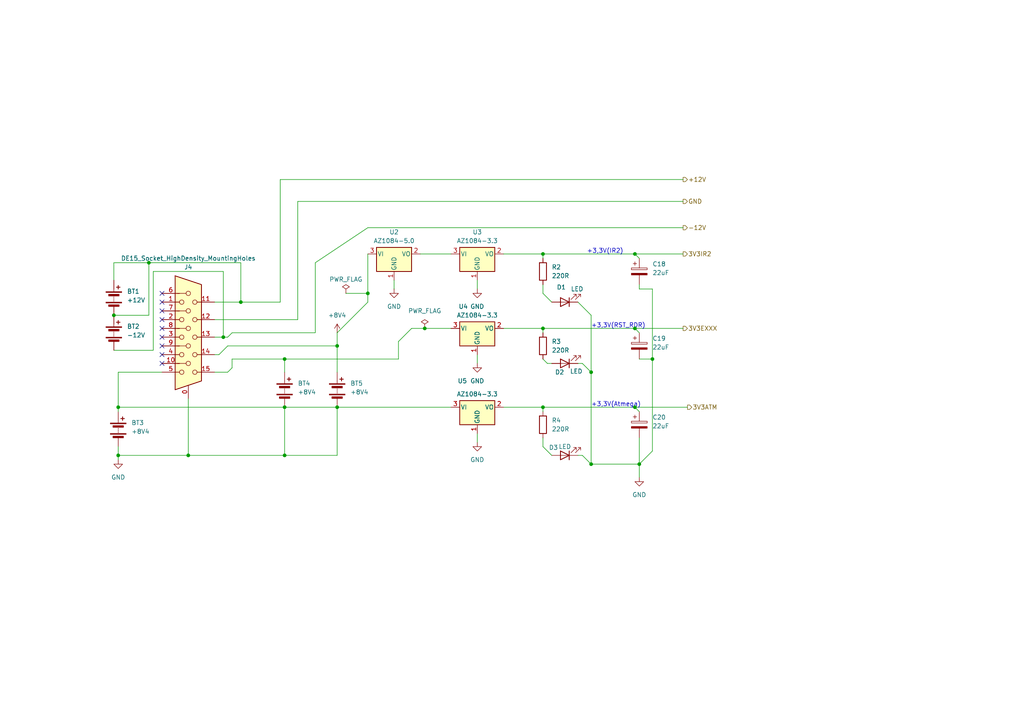
<source format=kicad_sch>
(kicad_sch (version 20250114) (generator "eeschema") (generator_version "9.0")
  (paper "A4")
  (title_block (title "PROJETO IR2_B2_UFAM") (date "07/08/2025") (company "UFAM-UFMG") (comment 1 "1 - Software Proteus substituído pelo Software Kicad 9.0") (comment 2 "2 - Incluído Amplificafor de Instrumentação para reduzir ruídos") (comment 3 "3 - Incluídos conectores para cabos entrelaçados") (comment 4 "4 - Análise de 4 camadas para reduzir ruídos") (comment 5 "5 - Teste de clonagem"))
  (lib_symbols
    (symbol "Connector:DE15_Socket_HighDensity_MountingHoles" (pin_names (offset 1.016) (hide yes))
      (property "Reference" "J" (at 0 21.59 0))
      (property "Value" "DE15_Socket_HighDensity_MountingHoles" (at 0 19.05 0))
      (symbol "DE15_Socket_HighDensity_MountingHoles_0_1"
        (polyline (pts (xy -3.81 17.78) (xy -3.81 -15.24) (xy 3.81 -12.7) (xy 3.81 15.24) (xy -3.81 17.78)) (stroke (width 0.254)) (fill (type background)))
        (polyline (pts (xy -3.175 7.62) (xy -0.635 7.62)))
        (circle (center -1.905 10.16) (radius 0.635))
        (circle (center -1.905 5.08) (radius 0.635))
        (circle (center -1.905 0) (radius 0.635))
        (circle (center -1.905 -5.08) (radius 0.635))
        (circle (center -1.905 -10.16) (radius 0.635))
        (polyline (pts (xy -0.635 12.7) (xy -3.175 12.7)))
        (polyline (pts (xy -0.635 2.54) (xy -3.175 2.54)))
        (polyline (pts (xy -0.635 -2.54) (xy -3.175 -2.54)))
        (polyline (pts (xy -0.635 -7.62) (xy -3.175 -7.62)))
        (circle (center 0 12.7) (radius 0.635))
        (circle (center 0 7.62) (radius 0.635))
        (circle (center 0 2.54) (radius 0.635))
        (circle (center 0 -2.54) (radius 0.635))
        (circle (center 0 -7.62) (radius 0.635))
        (circle (center 1.905 10.16) (radius 0.635))
        (circle (center 1.905 5.08) (radius 0.635))
        (circle (center 1.905 0) (radius 0.635))
        (circle (center 1.905 -5.08) (radius 0.635))
        (circle (center 1.905 -10.16) (radius 0.635))
      )
      (symbol "DE15_Socket_HighDensity_MountingHoles_1_1"
        (pin passive line (at -7.62 12.7 0) (length 5.08) (name "~") (number "6"))
        (pin passive line (at -7.62 10.16 0) (length 5.08) (name "~") (number "1"))
        (pin passive line (at -7.62 7.62 0) (length 5.08) (name "~") (number "7"))
        (pin passive line (at -7.62 5.08 0) (length 5.08) (name "~") (number "2"))
        (pin passive line (at -7.62 2.54 0) (length 5.08) (name "~") (number "8"))
        (pin passive line (at -7.62 0 0) (length 5.08) (name "~") (number "3"))
        (pin passive line (at -7.62 -2.54 0) (length 5.08) (name "~") (number "9"))
        (pin passive line (at -7.62 -5.08 0) (length 5.08) (name "~") (number "4"))
        (pin passive line (at -7.62 -7.62 0) (length 5.08) (name "~") (number "10"))
        (pin passive line (at -7.62 -10.16 0) (length 5.08) (name "~") (number "5"))
        (pin passive line (at 0 -17.78 90) (length 3.81) (name "~") (number "0"))
        (pin passive line (at 7.62 10.16 180) (length 5.08) (name "~") (number "11"))
        (pin passive line (at 7.62 5.08 180) (length 5.08) (name "~") (number "12"))
        (pin passive line (at 7.62 0 180) (length 5.08) (name "~") (number "13"))
        (pin passive line (at 7.62 -5.08 180) (length 5.08) (name "~") (number "14"))
        (pin passive line (at 7.62 -10.16 180) (length 5.08) (name "~") (number "15"))
      )
    )
    (symbol "Device:Battery" (pin_numbers (hide yes)) (pin_names (offset 0) (hide yes))
      (property "Reference" "BT" (at 2.54 2.54 0))
      (property "Value" "Battery" (at 2.54 0 0))
      (symbol "Battery_0_1"
        (rectangle (start -2.286 1.778) (end 2.286 1.524) (fill (type outline)))
        (rectangle (start -2.286 -1.27) (end 2.286 -1.524) (fill (type outline)))
        (rectangle (start -1.524 1.016) (end 1.524 0.508) (fill (type outline)))
        (rectangle (start -1.524 -2.032) (end 1.524 -2.54) (fill (type outline)))
        (polyline (pts (xy 0 1.778) (xy 0 2.54)))
        (polyline (pts (xy 0 0) (xy 0 0.254)))
        (polyline (pts (xy 0 -0.508) (xy 0 -0.254)))
        (polyline (pts (xy 0 -1.016) (xy 0 -0.762)))
        (polyline (pts (xy 0.762 3.048) (xy 1.778 3.048)) (stroke (width 0.254)))
        (polyline (pts (xy 1.27 3.556) (xy 1.27 2.54)) (stroke (width 0.254)))
      )
      (symbol "Battery_1_1"
        (pin passive line (at 0 5.08 270) (length 2.54) (name "+") (number "1"))
        (pin passive line (at 0 -5.08 90) (length 2.54) (name "-") (number "2"))
      )
    )
    (symbol "Device:C_Polarized" (pin_numbers (hide yes)) (pin_names (offset 0.254))
      (property "Reference" "C" (at 0.635 2.54 0))
      (property "Value" "C_Polarized" (at 0.635 -2.54 0))
      (symbol "C_Polarized_0_1"
        (rectangle (start -2.286 0.508) (end 2.286 1.016))
        (polyline (pts (xy -1.778 2.286) (xy -0.762 2.286)))
        (polyline (pts (xy -1.27 2.794) (xy -1.27 1.778)))
        (rectangle (start 2.286 -0.508) (end -2.286 -1.016) (fill (type outline)))
      )
      (symbol "C_Polarized_1_1"
        (pin passive line (at 0 3.81 270) (length 2.794) (name "~") (number "1"))
        (pin passive line (at 0 -3.81 90) (length 2.794) (name "~") (number "2"))
      )
    )
    (symbol "Device:LED" (pin_numbers (hide yes)) (pin_names (offset 1.016) (hide yes))
      (property "Reference" "D" (at 0 2.54 0))
      (property "Value" "LED" (at 0 -2.54 0))
      (symbol "LED_0_1"
        (polyline (pts (xy -3.048 -0.762) (xy -4.572 -2.286) (xy -3.81 -2.286) (xy -4.572 -2.286) (xy -4.572 -1.524)))
        (polyline (pts (xy -1.778 -0.762) (xy -3.302 -2.286) (xy -2.54 -2.286) (xy -3.302 -2.286) (xy -3.302 -1.524)))
        (polyline (pts (xy -1.27 0) (xy 1.27 0)))
        (polyline (pts (xy -1.27 -1.27) (xy -1.27 1.27)) (stroke (width 0.254)))
        (polyline (pts (xy 1.27 -1.27) (xy 1.27 1.27) (xy -1.27 0) (xy 1.27 -1.27)) (stroke (width 0.254)))
      )
      (symbol "LED_1_1"
        (pin passive line (at -3.81 0 0) (length 2.54) (name "K") (number "1"))
        (pin passive line (at 3.81 0 180) (length 2.54) (name "A") (number "2"))
      )
    )
    (symbol "Device:R" (pin_numbers (hide yes)) (pin_names (offset 0))
      (property "Reference" "R" (at 2.032 0 90))
      (property "Value" "R" (at 0 0 90))
      (symbol "R_0_1"
        (rectangle (start -1.016 -2.54) (end 1.016 2.54) (stroke (width 0.254)))
      )
      (symbol "R_1_1"
        (pin passive line (at 0 3.81 270) (length 1.27) (name "~") (number "1"))
        (pin passive line (at 0 -3.81 90) (length 1.27) (name "~") (number "2"))
      )
    )
    (symbol "Regulator_Linear:AZ1084-3.3" (pin_names (offset 0.254))
      (property "Reference" "U" (at -3.81 3.175 0))
      (property "Value" "AZ1084-3.3" (at 0 3.175 0))
      (symbol "AZ1084-3.3_0_1"
        (rectangle (start -5.08 1.905) (end 5.08 -5.08) (stroke (width 0.254)) (fill (type background)))
      )
      (symbol "AZ1084-3.3_1_1"
        (pin power_in line (at -7.62 0 0) (length 2.54) (name "VI") (number "3"))
        (pin power_in line (at 0 -7.62 90) (length 2.54) (name "GND") (number "1"))
        (pin power_out line (at 7.62 0 180) (length 2.54) (name "VO") (number "2"))
      )
    )
    (symbol "Regulator_Linear:AZ1084-5.0" (pin_names (offset 0.254))
      (property "Reference" "U" (at -3.81 3.175 0))
      (property "Value" "AZ1084-5.0" (at 0 3.175 0))
      (symbol "AZ1084-5.0_0_1"
        (rectangle (start -5.08 1.905) (end 5.08 -5.08) (stroke (width 0.254)) (fill (type background)))
      )
      (symbol "AZ1084-5.0_1_1"
        (pin power_in line (at -7.62 0 0) (length 2.54) (name "VI") (number "3"))
        (pin power_in line (at 0 -7.62 90) (length 2.54) (name "GND") (number "1"))
        (pin power_out line (at 7.62 0 180) (length 2.54) (name "VO") (number "2"))
      )
    )
    (symbol "power:GND" (power) (pin_numbers (hide yes)) (pin_names (offset 0) (hide yes))
      (property "Value" "GND" (at 0 -3.81 0))
      (symbol "GND_0_1"
        (polyline (pts (xy 0 0) (xy 0 -1.27) (xy 1.27 -1.27) (xy 0 -2.54) (xy -1.27 -1.27) (xy 0 -1.27)))
      )
      (symbol "GND_1_1"
        (pin power_in line (at 0 0 270) (length 0) (name "~") (number "1"))
      )
    )
    (symbol "power:PWR_FLAG" (power) (pin_numbers (hide yes)) (pin_names (offset 0) (hide yes))
      (property "Value" "PWR_FLAG" (at 0 3.81 0))
      (symbol "PWR_FLAG_0_0"
        (pin power_out line (at 0 0 90) (length 0) (name "~") (number "1"))
      )
      (symbol "PWR_FLAG_0_1"
        (polyline (pts (xy 0 0) (xy 0 1.27) (xy -1.016 1.905) (xy 0 2.54) (xy 1.016 1.905) (xy 0 1.27)))
      )
    )
    (symbol "power:VCC" (power) (pin_numbers (hide yes)) (pin_names (offset 0) (hide yes))
      (property "Value" "VCC" (at 0 3.556 0))
      (symbol "VCC_0_1"
        (polyline (pts (xy -0.762 1.27) (xy 0 2.54)))
        (polyline (pts (xy 0 2.54) (xy 0.762 1.27)))
        (polyline (pts (xy 0 0) (xy 0 2.54)))
      )
      (symbol "VCC_1_1"
        (pin power_in line (at 0 0 90) (length 0) (name "~") (number "1"))
      )
    )
  )
  (text "+3,3V(IR2)" (at 170.18 73.66 0) (effects (font (size 1.27 1.27)) (justify left bottom)))
  (text "+3,3V(RST_RDR)" (at 171.45 95.25 0) (effects (font (size 1.27 1.27)) (justify left bottom)))
  (text "+3,3V(Atmega)" (at 171.45 118.11 0) (effects (font (size 1.27 1.27)) (justify left bottom)))
  (junction (at 106.68 85.09))
  (junction (at 157.48 73.66))
  (junction (at 184.15 95.25))
  (junction (at 64.77 97.79))
  (junction (at 157.48 95.25))
  (junction (at 97.79 118.11))
  (junction (at 82.55 118.11))
  (junction (at 185.42 134.62))
  (junction (at 43.18 76.2))
  (junction (at 33.02 91.44))
  (junction (at 123.19 95.25))
  (junction (at 184.15 73.66))
  (junction (at 157.48 118.11))
  (junction (at 184.15 118.11))
  (junction (at 171.45 134.62))
  (junction (at 54.61 132.08))
  (junction (at 34.29 132.08))
  (junction (at 82.55 104.14))
  (junction (at 97.79 100.33))
  (junction (at 171.45 107.95))
  (junction (at 34.29 118.11))
  (junction (at 82.55 132.08))
  (junction (at 189.23 104.14))
  (junction (at 69.85 87.63))
  (no_connect (at 46.99 92.71))
  (no_connect (at 46.99 105.41))
  (no_connect (at 46.99 97.79))
  (no_connect (at 46.99 90.17))
  (no_connect (at 46.99 95.25))
  (no_connect (at 46.99 102.87))
  (no_connect (at 46.99 85.09))
  (no_connect (at 46.99 100.33))
  (no_connect (at 46.99 87.63))
  (wire (pts (xy 62.23 102.87) (xy 63.5 102.87)))
  (wire (pts (xy 81.28 52.07) (xy 81.28 87.63)))
  (wire (pts (xy 123.19 95.25) (xy 130.81 95.25)))
  (wire (pts (xy 69.85 87.63) (xy 81.28 87.63)))
  (wire (pts (xy 64.77 97.79) (xy 66.04 97.79)))
  (wire (pts (xy 64.77 78.74) (xy 64.77 97.79)))
  (wire (pts (xy 146.05 73.66) (xy 157.48 73.66)))
  (wire (pts (xy 160.02 87.63) (xy 157.48 85.09)))
  (wire (pts (xy 106.68 66.04) (xy 198.12 66.04)))
  (wire (pts (xy 185.42 104.14) (xy 189.23 104.14)))
  (wire (pts (xy 185.42 134.62) (xy 185.42 138.43)))
  (wire (pts (xy 157.48 95.25) (xy 157.48 96.52)))
  (wire (pts (xy 157.48 118.11) (xy 157.48 119.38)))
  (wire (pts (xy 97.79 100.33) (xy 97.79 107.95)))
  (wire (pts (xy 44.45 78.74) (xy 64.77 78.74)))
  (wire (pts (xy 33.02 81.28) (xy 33.02 76.2)))
  (wire (pts (xy 171.45 134.62) (xy 185.42 134.62)))
  (wire (pts (xy 43.18 76.2) (xy 69.85 76.2)))
  (wire (pts (xy 62.23 107.95) (xy 66.04 107.95)))
  (wire (pts (xy 146.05 118.11) (xy 157.48 118.11)))
  (wire (pts (xy 106.68 73.66) (xy 106.68 85.09)))
  (wire (pts (xy 33.02 91.44) (xy 43.18 91.44)))
  (wire (pts (xy 157.48 73.66) (xy 157.48 74.93)))
  (wire (pts (xy 121.92 73.66) (xy 130.81 73.66)))
  (wire (pts (xy 189.23 130.81) (xy 185.42 134.62)))
  (wire (pts (xy 34.29 119.38) (xy 34.29 118.11)))
  (wire (pts (xy 157.48 118.11) (xy 184.15 118.11)))
  (wire (pts (xy 82.55 104.14) (xy 82.55 107.95)))
  (wire (pts (xy 54.61 115.57) (xy 54.61 132.08)))
  (wire (pts (xy 34.29 118.11) (xy 82.55 118.11)))
  (wire (pts (xy 160.02 105.41) (xy 158.75 105.41)))
  (wire (pts (xy 171.45 91.44) (xy 167.64 87.63)))
  (wire (pts (xy 34.29 129.54) (xy 34.29 132.08)))
  (wire (pts (xy 33.02 76.2) (xy 43.18 76.2)))
  (wire (pts (xy 185.42 83.82) (xy 189.23 83.82)))
  (wire (pts (xy 189.23 104.14) (xy 189.23 130.81)))
  (wire (pts (xy 119.38 95.25) (xy 123.19 95.25)))
  (wire (pts (xy 184.15 118.11) (xy 199.39 118.11)))
  (wire (pts (xy 54.61 132.08) (xy 34.29 132.08)))
  (wire (pts (xy 62.23 97.79) (xy 64.77 97.79)))
  (wire (pts (xy 34.29 107.95) (xy 46.99 107.95)))
  (wire (pts (xy 82.55 118.11) (xy 97.79 118.11)))
  (wire (pts (xy 184.15 95.25) (xy 198.12 95.25)))
  (wire (pts (xy 82.55 118.11) (xy 82.55 132.08)))
  (wire (pts (xy 168.91 105.41) (xy 171.45 107.95)))
  (wire (pts (xy 43.18 91.44) (xy 43.18 76.2)))
  (wire (pts (xy 106.68 85.09) (xy 106.68 87.63)))
  (wire (pts (xy 157.48 95.25) (xy 184.15 95.25)))
  (wire (pts (xy 97.79 96.52) (xy 106.68 87.63)))
  (wire (pts (xy 82.55 132.08) (xy 54.61 132.08)))
  (wire (pts (xy 91.44 76.2) (xy 91.44 96.52)))
  (wire (pts (xy 138.43 81.28) (xy 138.43 83.82)))
  (wire (pts (xy 34.29 132.08) (xy 34.29 133.35)))
  (wire (pts (xy 171.45 134.62) (xy 171.45 107.95)))
  (wire (pts (xy 82.55 104.14) (xy 115.57 104.14)))
  (wire (pts (xy 91.44 76.2) (xy 106.68 66.04)))
  (wire (pts (xy 86.36 58.42) (xy 86.36 92.71)))
  (wire (pts (xy 100.33 85.09) (xy 106.68 85.09)))
  (wire (pts (xy 158.75 105.41) (xy 157.48 104.14)))
  (wire (pts (xy 185.42 119.38) (xy 184.15 118.11)))
  (wire (pts (xy 189.23 83.82) (xy 189.23 104.14)))
  (wire (pts (xy 157.48 73.66) (xy 184.15 73.66)))
  (wire (pts (xy 97.79 96.52) (xy 97.79 100.33)))
  (wire (pts (xy 185.42 83.82) (xy 185.42 82.55)))
  (wire (pts (xy 114.3 81.28) (xy 114.3 83.82)))
  (wire (pts (xy 167.64 105.41) (xy 168.91 105.41)))
  (wire (pts (xy 97.79 118.11) (xy 130.81 118.11)))
  (wire (pts (xy 138.43 125.73) (xy 138.43 128.27)))
  (wire (pts (xy 67.31 96.52) (xy 91.44 96.52)))
  (wire (pts (xy 157.48 82.55) (xy 157.48 85.09)))
  (wire (pts (xy 171.45 107.95) (xy 171.45 91.44)))
  (wire (pts (xy 63.5 102.87) (xy 66.04 100.33)))
  (wire (pts (xy 66.04 100.33) (xy 97.79 100.33)))
  (wire (pts (xy 34.29 118.11) (xy 34.29 107.95)))
  (wire (pts (xy 44.45 101.6) (xy 44.45 78.74)))
  (wire (pts (xy 33.02 101.6) (xy 44.45 101.6)))
  (wire (pts (xy 160.02 132.08) (xy 157.48 129.54)))
  (wire (pts (xy 86.36 58.42) (xy 198.12 58.42)))
  (wire (pts (xy 62.23 92.71) (xy 86.36 92.71)))
  (wire (pts (xy 97.79 132.08) (xy 82.55 132.08)))
  (wire (pts (xy 168.91 132.08) (xy 171.45 134.62)))
  (wire (pts (xy 115.57 99.06) (xy 115.57 104.14)))
  (wire (pts (xy 184.15 73.66) (xy 185.42 74.93)))
  (wire (pts (xy 97.79 118.11) (xy 97.79 132.08)))
  (wire (pts (xy 66.04 97.79) (xy 67.31 96.52)))
  (wire (pts (xy 67.31 104.14) (xy 67.31 106.68)))
  (wire (pts (xy 81.28 52.07) (xy 198.12 52.07)))
  (wire (pts (xy 62.23 87.63) (xy 69.85 87.63)))
  (wire (pts (xy 67.31 104.14) (xy 82.55 104.14)))
  (wire (pts (xy 138.43 102.87) (xy 138.43 105.41)))
  (wire (pts (xy 185.42 127) (xy 185.42 134.62)))
  (wire (pts (xy 67.31 106.68) (xy 66.04 107.95)))
  (wire (pts (xy 115.57 99.06) (xy 119.38 95.25)))
  (wire (pts (xy 184.15 95.25) (xy 185.42 96.52)))
  (wire (pts (xy 157.48 127) (xy 157.48 129.54)))
  (wire (pts (xy 69.85 76.2) (xy 69.85 87.63)))
  (wire (pts (xy 184.15 73.66) (xy 198.12 73.66)))
  (wire (pts (xy 167.64 132.08) (xy 168.91 132.08)))
  (wire (pts (xy 146.05 95.25) (xy 157.48 95.25)))
  (hierarchical_label "+12V" (shape output) (at 198.12 52.07 0))
  (hierarchical_label "3V3IR2" (shape output) (at 198.12 73.66 0))
  (hierarchical_label "3V3EXXX" (shape output) (at 198.12 95.25 0))
  (hierarchical_label "3V3ATM" (shape output) (at 199.39 118.11 0))
  (hierarchical_label "-12V" (shape output) (at 198.12 66.04 0))
  (hierarchical_label "GND" (shape output) (at 198.12 58.42 0))
  (symbol (lib_id "power:VCC") (at 97.79 96.52 0) (unit 1)
    (property "Reference" "#PWR013" (effects (hide yes)))
    (property "Value" "+8V4" (at 97.79 91.44 0))
    (property "Description" "Power symbol creates a global label with name \"VCC\"" (effects (hide yes)))
  )
  (symbol (lib_id "power:GND") (at 138.43 83.82 0) (unit 1)
    (property "Reference" "#PWR020" (effects (hide yes)))
    (property "Value" "GND" (at 138.43 88.9 0))
    (property "Description" "Power symbol creates a global label with name \"GND\" , ground" (effects (hide yes)))
  )
  (symbol (lib_id "Regulator_Linear:AZ1084-5.0") (at 114.3 73.66 0) (unit 1)
    (property "Reference" "U2" (at 114.3 67.31 0))
    (property "Value" "AZ1084-5.0" (at 114.3 69.85 0))
    (property "Footprint" "Package_TO_SOT_SMD:TO-263-3_TabPin2" (effects (hide yes)))
    (property "Datasheet" "https://www.diodes.com/assets/Datasheets/AZ1084.pdf" (effects (hide yes)))
    (property "Description" "5A 12V Fixed LDO Linear Regulator, 1.5V, TO-220/TO-252/TO-263" (effects (hide yes)))
  )
  (symbol (lib_id "power:GND") (at 185.42 138.43 0) (unit 1)
    (property "Reference" "#PWR018" (effects (hide yes)))
    (property "Value" "GND" (at 185.42 143.51 0))
    (property "Description" "Power symbol creates a global label with name \"GND\" , ground" (effects (hide yes)))
  )
  (symbol (lib_id "Device:C_Polarized") (at 185.42 78.74 0) (unit 1)
    (property "Reference" "C18" (at 189.23 76.5809 0) (effects (justify left)))
    (property "Value" "22uF" (at 189.23 79.1209 0) (effects (justify left)))
    (property "Footprint" "Capacitor_SMD:CP_Elec_4x5.8" (effects (hide yes)))
    (property "Description" "Polarized capacitor" (effects (hide yes)))
  )
  (symbol (lib_id "power:GND") (at 138.43 105.41 0) (unit 1)
    (property "Reference" "#PWR022" (effects (hide yes)))
    (property "Value" "GND" (at 138.43 110.49 0))
    (property "Description" "Power symbol creates a global label with name \"GND\" , ground" (effects (hide yes)))
  )
  (symbol (lib_id "Device:R") (at 157.48 78.74 180) (unit 1)
    (property "Reference" "R2" (at 160.02 77.4699 0) (effects (justify right)))
    (property "Value" "220R" (at 160.02 80.0099 0) (effects (justify right)))
    (property "Footprint" "Resistor_SMD:R_0805_2012Metric" (effects (hide yes)))
    (property "Description" "Resistor" (effects (hide yes)))
  )
  (symbol (lib_id "Regulator_Linear:AZ1084-3.3") (at 138.43 118.11 0) (unit 1)
    (property "Reference" "U5" (at 134.112 110.49 0))
    (property "Value" "AZ1084-3.3" (at 138.43 114.3 0))
    (property "Footprint" "Package_TO_SOT_SMD:TO-252-3_TabPin2" (effects (hide yes)))
    (property "Datasheet" "https://www.diodes.com/assets/Datasheets/AZ1084.pdf" (effects (hide yes)))
    (property "Description" "5A 12V Fixed LDO Linear Regulator, 1.5V, TO-220/TO-252/TO-263" (effects (hide yes)))
  )
  (symbol (lib_id "Connector:DE15_Socket_HighDensity_MountingHoles") (at 54.61 97.79 0) (unit 1)
    (property "Reference" "J4" (at 54.61 77.47 0))
    (property "Value" "DE15_Socket_HighDensity_MountingHoles" (at 54.61 74.93 0))
    (property "Footprint" "Connector_Dsub:DSUB-15-HD_Socket_Horizontal_P2.29x1.90mm_EdgePinOffset3.03mm_Housed_MountingHolesOffset4.94mm" (effects (hide yes)))
    (property "Description" "15-pin D-SUB connector, socket (female), High density (3 columns), Triple Row, Generic, VGA-connector, Mounting Hole" (effects (hide yes)))
  )
  (symbol (lib_id "Device:Battery") (at 82.55 113.03 0) (unit 1)
    (property "Reference" "BT4" (at 86.36 111.1884 0) (effects (justify left)))
    (property "Value" "+8V4" (at 86.36 113.7284 0) (effects (justify left)))
    (property "Description" "Multiple-cell battery" (effects (hide yes)))
  )
  (symbol (lib_id "power:GND") (at 114.3 83.82 0) (unit 1)
    (property "Reference" "#PWR012" (effects (hide yes)))
    (property "Value" "GND" (at 114.3 88.9 0))
    (property "Description" "Power symbol creates a global label with name \"GND\" , ground" (effects (hide yes)))
  )
  (symbol (lib_id "Device:Battery") (at 34.29 124.46 0) (unit 1)
    (property "Reference" "BT3" (at 38.1 122.6184 0) (effects (justify left)))
    (property "Value" "+8V4" (at 38.1 125.1584 0) (effects (justify left)))
    (property "Description" "Multiple-cell battery" (effects (hide yes)))
  )
  (symbol (lib_id "power:GND") (at 138.43 128.27 0) (unit 1)
    (property "Reference" "#PWR023" (effects (hide yes)))
    (property "Value" "GND" (at 138.43 133.35 0))
    (property "Description" "Power symbol creates a global label with name \"GND\" , ground" (effects (hide yes)))
  )
  (symbol (lib_id "Device:LED") (at 163.83 87.63 180) (unit 1)
    (property "Reference" "D1" (at 162.814 83.312 0))
    (property "Value" "LED" (at 167.386 83.82 0))
    (property "Footprint" "LED_THT:LED_D5.0mm" (effects (hide yes)))
    (property "Description" "Light emitting diode" (effects (hide yes)))
    (property "Sim.Pins" "1=K 2=A" (effects (hide yes)))
  )
  (symbol (lib_id "Device:R") (at 157.48 100.33 0) (unit 1)
    (property "Reference" "R3" (at 160.02 99.0599 0) (effects (justify left)))
    (property "Value" "220R" (at 160.02 101.5999 0) (effects (justify left)))
    (property "Footprint" "Resistor_SMD:R_0805_2012Metric" (effects (hide yes)))
    (property "Description" "Resistor" (effects (hide yes)))
  )
  (symbol (lib_id "Device:C_Polarized") (at 185.42 100.33 0) (unit 1)
    (property "Reference" "C19" (at 189.23 98.1709 0) (effects (justify left)))
    (property "Value" "22uF" (at 189.23 100.7109 0) (effects (justify left)))
    (property "Footprint" "Capacitor_SMD:CP_Elec_4x5.8" (effects (hide yes)))
    (property "Description" "Polarized capacitor" (effects (hide yes)))
  )
  (symbol (lib_id "Device:Battery") (at 33.02 86.36 0) (unit 1)
    (property "Reference" "BT1" (at 36.83 84.5184 0) (effects (justify left)))
    (property "Value" "+12V" (at 36.83 87.0584 0) (effects (justify left)))
    (property "Description" "Multiple-cell battery" (effects (hide yes)))
  )
  (symbol (lib_id "Device:R") (at 157.48 123.19 0) (unit 1)
    (property "Reference" "R4" (at 160.02 121.9199 0) (effects (justify left)))
    (property "Value" "220R" (at 160.02 124.4599 0) (effects (justify left)))
    (property "Footprint" "Resistor_SMD:R_0805_2012Metric" (effects (hide yes)))
    (property "Description" "Resistor" (effects (hide yes)))
  )
  (symbol (lib_id "Device:LED") (at 163.83 132.08 180) (unit 1)
    (property "Reference" "D3" (at 160.528 129.794 0))
    (property "Value" "LED" (at 163.83 129.54 0))
    (property "Footprint" "LED_THT:LED_D5.0mm" (effects (hide yes)))
    (property "Description" "Light emitting diode" (effects (hide yes)))
    (property "Sim.Pins" "1=K 2=A" (effects (hide yes)))
  )
  (symbol (lib_id "power:GND") (at 34.29 133.35 0) (unit 1)
    (property "Reference" "#PWR04" (effects (hide yes)))
    (property "Value" "GND" (at 34.29 138.43 0))
    (property "Description" "Power symbol creates a global label with name \"GND\" , ground" (effects (hide yes)))
  )
  (symbol (lib_id "Device:Battery") (at 97.79 113.03 0) (unit 1)
    (property "Reference" "BT5" (at 101.6 111.1884 0) (effects (justify left)))
    (property "Value" "+8V4" (at 101.6 113.7284 0) (effects (justify left)))
    (property "Description" "Multiple-cell battery" (effects (hide yes)))
  )
  (symbol (lib_id "Regulator_Linear:AZ1084-3.3") (at 138.43 73.66 0) (unit 1)
    (property "Reference" "U3" (at 138.43 67.31 0))
    (property "Value" "AZ1084-3.3" (at 138.43 69.85 0))
    (property "Footprint" "Package_TO_SOT_SMD:TO-252-3_TabPin2" (effects (hide yes)))
    (property "Datasheet" "https://www.diodes.com/assets/Datasheets/AZ1084.pdf" (effects (hide yes)))
    (property "Description" "5A 12V Fixed LDO Linear Regulator, 1.5V, TO-220/TO-252/TO-263" (effects (hide yes)))
  )
  (symbol (lib_id "power:PWR_FLAG") (at 100.33 85.09 0) (unit 1)
    (property "Reference" "#FLG01" (effects (hide yes)))
    (property "Value" "PWR_FLAG" (at 100.33 81.026 0))
    (property "Description" "Special symbol for telling ERC where power comes from" (effects (hide yes)))
  )
  (symbol (lib_id "Device:C_Polarized") (at 185.42 123.19 0) (unit 1)
    (property "Reference" "C20" (at 189.23 121.0309 0) (effects (justify left)))
    (property "Value" "22uF" (at 189.23 123.5709 0) (effects (justify left)))
    (property "Footprint" "Capacitor_SMD:CP_Elec_4x5.8" (effects (hide yes)))
    (property "Description" "Polarized capacitor" (effects (hide yes)))
  )
  (symbol (lib_id "Device:Battery") (at 33.02 96.52 0) (unit 1)
    (property "Reference" "BT2" (at 36.83 94.6784 0) (effects (justify left)))
    (property "Value" "-12V" (at 36.83 97.2184 0) (effects (justify left)))
    (property "Description" "Multiple-cell battery" (effects (hide yes)))
  )
  (symbol (lib_id "power:PWR_FLAG") (at 123.19 95.25 0) (unit 1)
    (property "Reference" "#FLG03" (effects (hide yes)))
    (property "Value" "PWR_FLAG" (at 123.19 90.17 0))
    (property "Description" "Special symbol for telling ERC where power comes from" (effects (hide yes)))
  )
  (symbol (lib_id "Device:LED") (at 163.83 105.41 180) (unit 1)
    (property "Reference" "D2" (at 162.306 107.95 0))
    (property "Value" "LED" (at 167.132 107.696 0))
    (property "Footprint" "LED_THT:LED_D5.0mm" (effects (hide yes)))
    (property "Description" "Light emitting diode" (effects (hide yes)))
    (property "Sim.Pins" "1=K 2=A" (effects (hide yes)))
  )
  (symbol (lib_id "Regulator_Linear:AZ1084-3.3") (at 138.43 95.25 0) (unit 1)
    (property "Reference" "U4" (at 134.366 88.9 0))
    (property "Value" "AZ1084-3.3" (at 138.43 91.44 0))
    (property "Footprint" "Package_TO_SOT_SMD:TO-252-3_TabPin2" (effects (hide yes)))
    (property "Datasheet" "https://www.diodes.com/assets/Datasheets/AZ1084.pdf" (effects (hide yes)))
    (property "Description" "5A 12V Fixed LDO Linear Regulator, 1.5V, TO-220/TO-252/TO-263" (effects (hide yes)))
  )
)
</source>
